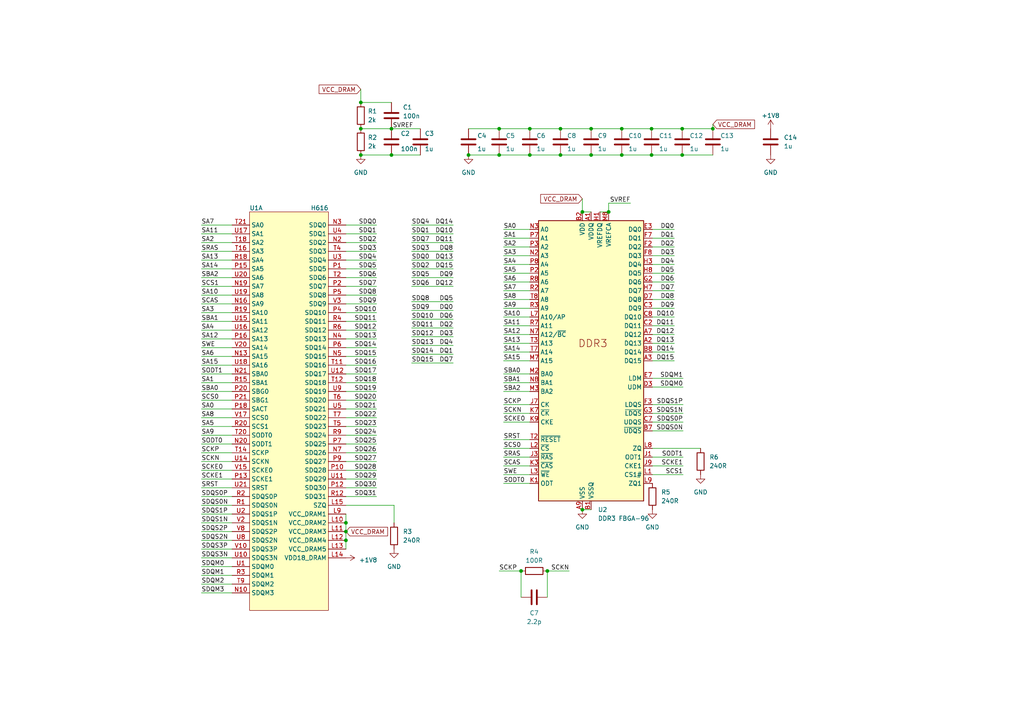
<source format=kicad_sch>
(kicad_sch (version 20230121) (generator eeschema)
  (paper "A4")
  (junction (at 206.756 37.338))
  (junction (at 168.91 147.828))
  (junction (at 104.648 44.958))
  (junction (at 197.866 37.338))
  (junction (at 162.56 37.338))
  (junction (at 104.648 37.338))
  (junction (at 100.33 156.718))
  (junction (at 113.538 37.338))
  (junction (at 180.34 44.958))
  (junction (at 151.13 165.608))
  (junction (at 188.976 44.958))
  (junction (at 100.33 151.638))
  (junction (at 180.34 37.338))
  (junction (at 158.75 165.608))
  (junction (at 197.866 44.958))
  (junction (at 168.91 61.468))
  (junction (at 171.45 44.958))
  (junction (at 176.53 61.468))
  (junction (at 100.33 154.178))
  (junction (at 153.67 44.958))
  (junction (at 162.56 44.958))
  (junction (at 188.976 37.338))
  (junction (at 135.89 44.958))
  (junction (at 144.78 44.958))
  (junction (at 113.538 44.958))
  (junction (at 171.45 37.338))
  (junction (at 153.67 37.338))
  (junction (at 104.648 29.718))
  (junction (at 144.78 37.338))
  (wire (pts (xy 58.42 154.178) (xy 67.31 154.178)))
  (wire (pts (xy 114.3 151.638) (xy 114.3 146.558)))
  (wire (pts (xy 189.23 112.268) (xy 198.12 112.268)))
  (wire (pts (xy 119.38 87.503) (xy 131.445 87.503)))
  (wire (pts (xy 189.23 71.628) (xy 195.58 71.628)))
  (wire (pts (xy 146.05 135.128) (xy 153.67 135.128)))
  (wire (pts (xy 58.42 108.458) (xy 67.31 108.458)))
  (wire (pts (xy 146.05 119.888) (xy 153.67 119.888)))
  (wire (pts (xy 100.33 141.478) (xy 109.22 141.478)))
  (wire (pts (xy 58.42 98.298) (xy 67.31 98.298)))
  (wire (pts (xy 104.648 44.958) (xy 113.538 44.958)))
  (wire (pts (xy 100.33 88.138) (xy 109.22 88.138)))
  (wire (pts (xy 100.33 116.078) (xy 109.22 116.078)))
  (wire (pts (xy 189.23 130.048) (xy 203.2 130.048)))
  (wire (pts (xy 58.42 133.858) (xy 67.31 133.858)))
  (wire (pts (xy 146.05 69.088) (xy 153.67 69.088)))
  (wire (pts (xy 100.33 77.978) (xy 109.22 77.978)))
  (wire (pts (xy 119.38 80.518) (xy 131.445 80.518)))
  (wire (pts (xy 100.33 65.278) (xy 109.22 65.278)))
  (wire (pts (xy 189.23 132.588) (xy 198.12 132.588)))
  (wire (pts (xy 189.23 99.568) (xy 195.58 99.568)))
  (wire (pts (xy 146.05 127.508) (xy 153.67 127.508)))
  (wire (pts (xy 146.05 74.168) (xy 153.67 74.168)))
  (wire (pts (xy 180.34 37.338) (xy 188.976 37.338)))
  (wire (pts (xy 58.42 121.158) (xy 67.31 121.158)))
  (wire (pts (xy 58.42 159.258) (xy 67.31 159.258)))
  (wire (pts (xy 119.38 90.043) (xy 131.445 90.043)))
  (wire (pts (xy 146.05 122.428) (xy 153.67 122.428)))
  (wire (pts (xy 100.33 85.598) (xy 109.22 85.598)))
  (wire (pts (xy 206.756 36.068) (xy 206.756 37.338)))
  (wire (pts (xy 58.42 146.558) (xy 67.31 146.558)))
  (wire (pts (xy 58.42 67.818) (xy 67.31 67.818)))
  (wire (pts (xy 119.38 77.978) (xy 131.445 77.978)))
  (wire (pts (xy 176.53 58.928) (xy 176.53 61.468)))
  (wire (pts (xy 100.33 83.058) (xy 109.22 83.058)))
  (wire (pts (xy 100.33 67.818) (xy 109.22 67.818)))
  (wire (pts (xy 189.23 66.548) (xy 195.58 66.548)))
  (wire (pts (xy 58.42 131.318) (xy 67.31 131.318)))
  (wire (pts (xy 173.99 61.468) (xy 176.53 61.468)))
  (wire (pts (xy 189.23 137.668) (xy 198.12 137.668)))
  (wire (pts (xy 165.1 165.608) (xy 158.75 165.608)))
  (wire (pts (xy 100.33 133.858) (xy 109.22 133.858)))
  (wire (pts (xy 162.56 37.338) (xy 171.45 37.338)))
  (wire (pts (xy 197.866 44.958) (xy 206.756 44.958)))
  (wire (pts (xy 58.42 138.938) (xy 67.31 138.938)))
  (wire (pts (xy 189.23 102.108) (xy 195.58 102.108)))
  (wire (pts (xy 58.42 95.758) (xy 67.31 95.758)))
  (wire (pts (xy 100.33 90.678) (xy 109.22 90.678)))
  (wire (pts (xy 100.33 105.918) (xy 109.22 105.918)))
  (wire (pts (xy 58.42 88.138) (xy 67.31 88.138)))
  (wire (pts (xy 119.38 72.898) (xy 131.445 72.898)))
  (wire (pts (xy 119.38 105.283) (xy 131.445 105.283)))
  (wire (pts (xy 58.42 72.898) (xy 67.31 72.898)))
  (wire (pts (xy 197.866 37.338) (xy 206.756 37.338)))
  (wire (pts (xy 100.33 121.158) (xy 109.22 121.158)))
  (wire (pts (xy 58.42 151.638) (xy 67.31 151.638)))
  (wire (pts (xy 188.976 37.338) (xy 197.866 37.338)))
  (wire (pts (xy 58.42 116.078) (xy 67.31 116.078)))
  (wire (pts (xy 146.05 79.248) (xy 153.67 79.248)))
  (wire (pts (xy 58.42 169.418) (xy 67.31 169.418)))
  (wire (pts (xy 162.56 44.958) (xy 171.45 44.958)))
  (wire (pts (xy 153.67 37.338) (xy 162.56 37.338)))
  (wire (pts (xy 58.42 126.238) (xy 67.31 126.238)))
  (wire (pts (xy 58.42 141.478) (xy 67.31 141.478)))
  (wire (pts (xy 58.42 164.338) (xy 67.31 164.338)))
  (wire (pts (xy 113.538 37.338) (xy 121.92 37.338)))
  (wire (pts (xy 146.05 94.488) (xy 153.67 94.488)))
  (wire (pts (xy 58.42 103.378) (xy 67.31 103.378)))
  (wire (pts (xy 135.89 44.958) (xy 144.78 44.958)))
  (wire (pts (xy 189.23 119.888) (xy 198.12 119.888)))
  (wire (pts (xy 189.23 122.428) (xy 198.12 122.428)))
  (wire (pts (xy 153.67 44.958) (xy 162.56 44.958)))
  (wire (pts (xy 119.38 97.663) (xy 131.445 97.663)))
  (wire (pts (xy 189.23 81.788) (xy 195.58 81.788)))
  (wire (pts (xy 100.33 151.638) (xy 100.33 154.178)))
  (wire (pts (xy 104.648 29.718) (xy 113.538 29.718)))
  (wire (pts (xy 113.538 44.958) (xy 121.92 44.958)))
  (wire (pts (xy 100.33 113.538) (xy 109.22 113.538)))
  (wire (pts (xy 100.33 110.998) (xy 109.22 110.998)))
  (wire (pts (xy 58.42 113.538) (xy 67.31 113.538)))
  (wire (pts (xy 146.05 140.208) (xy 153.67 140.208)))
  (wire (pts (xy 100.33 75.438) (xy 109.22 75.438)))
  (wire (pts (xy 58.42 118.618) (xy 67.31 118.618)))
  (wire (pts (xy 146.05 130.048) (xy 153.67 130.048)))
  (wire (pts (xy 146.05 137.668) (xy 153.67 137.668)))
  (wire (pts (xy 58.42 144.018) (xy 67.31 144.018)))
  (wire (pts (xy 144.78 165.608) (xy 151.13 165.608)))
  (wire (pts (xy 100.33 126.238) (xy 109.22 126.238)))
  (wire (pts (xy 146.05 97.028) (xy 153.67 97.028)))
  (wire (pts (xy 146.05 99.568) (xy 153.67 99.568)))
  (wire (pts (xy 119.38 95.123) (xy 131.445 95.123)))
  (wire (pts (xy 144.78 37.338) (xy 153.67 37.338)))
  (wire (pts (xy 189.23 86.868) (xy 195.58 86.868)))
  (wire (pts (xy 104.648 37.338) (xy 113.538 37.338)))
  (wire (pts (xy 58.42 90.678) (xy 67.31 90.678)))
  (wire (pts (xy 100.33 136.398) (xy 109.22 136.398)))
  (wire (pts (xy 100.33 100.838) (xy 109.22 100.838)))
  (wire (pts (xy 119.38 83.058) (xy 131.445 83.058)))
  (wire (pts (xy 189.23 74.168) (xy 195.58 74.168)))
  (wire (pts (xy 58.42 105.918) (xy 67.31 105.918)))
  (wire (pts (xy 144.78 44.958) (xy 153.67 44.958)))
  (wire (pts (xy 100.33 95.758) (xy 109.22 95.758)))
  (wire (pts (xy 100.33 103.378) (xy 109.22 103.378)))
  (wire (pts (xy 100.33 93.218) (xy 109.22 93.218)))
  (wire (pts (xy 119.38 92.583) (xy 131.445 92.583)))
  (wire (pts (xy 171.45 37.338) (xy 180.34 37.338)))
  (wire (pts (xy 146.05 113.538) (xy 153.67 113.538)))
  (wire (pts (xy 58.42 70.358) (xy 67.31 70.358)))
  (wire (pts (xy 100.33 108.458) (xy 109.22 108.458)))
  (wire (pts (xy 100.33 138.938) (xy 109.22 138.938)))
  (wire (pts (xy 100.33 70.358) (xy 109.22 70.358)))
  (wire (pts (xy 146.05 132.588) (xy 153.67 132.588)))
  (wire (pts (xy 146.05 91.948) (xy 153.67 91.948)))
  (wire (pts (xy 114.3 146.558) (xy 100.33 146.558)))
  (wire (pts (xy 189.23 124.968) (xy 198.12 124.968)))
  (wire (pts (xy 58.42 75.438) (xy 67.31 75.438)))
  (wire (pts (xy 189.23 135.128) (xy 198.12 135.128)))
  (wire (pts (xy 168.91 147.828) (xy 171.45 147.828)))
  (wire (pts (xy 58.42 171.958) (xy 67.31 171.958)))
  (wire (pts (xy 58.42 80.518) (xy 67.31 80.518)))
  (wire (pts (xy 180.34 44.958) (xy 188.976 44.958)))
  (wire (pts (xy 58.42 136.398) (xy 67.31 136.398)))
  (wire (pts (xy 58.42 123.698) (xy 67.31 123.698)))
  (wire (pts (xy 58.42 149.098) (xy 67.31 149.098)))
  (wire (pts (xy 100.33 98.298) (xy 109.22 98.298)))
  (wire (pts (xy 189.23 109.728) (xy 198.12 109.728)))
  (wire (pts (xy 189.23 97.028) (xy 195.58 97.028)))
  (wire (pts (xy 146.05 71.628) (xy 153.67 71.628)))
  (wire (pts (xy 119.38 100.203) (xy 131.445 100.203)))
  (wire (pts (xy 146.05 76.708) (xy 153.67 76.708)))
  (wire (pts (xy 168.91 57.658) (xy 168.91 61.468)))
  (wire (pts (xy 58.42 166.878) (xy 67.31 166.878)))
  (wire (pts (xy 119.38 102.743) (xy 131.445 102.743)))
  (wire (pts (xy 58.42 77.978) (xy 67.31 77.978)))
  (wire (pts (xy 58.42 110.998) (xy 67.31 110.998)))
  (wire (pts (xy 146.05 84.328) (xy 153.67 84.328)))
  (wire (pts (xy 146.05 81.788) (xy 153.67 81.788)))
  (wire (pts (xy 100.33 154.178) (xy 100.33 156.718)))
  (wire (pts (xy 168.91 61.468) (xy 171.45 61.468)))
  (wire (pts (xy 100.33 156.718) (xy 100.33 159.258)))
  (wire (pts (xy 146.05 117.348) (xy 153.67 117.348)))
  (wire (pts (xy 146.05 110.998) (xy 153.67 110.998)))
  (wire (pts (xy 104.648 25.908) (xy 104.648 29.718)))
  (wire (pts (xy 189.23 104.648) (xy 195.58 104.648)))
  (wire (pts (xy 189.23 94.488) (xy 195.58 94.488)))
  (wire (pts (xy 100.33 128.778) (xy 109.22 128.778)))
  (wire (pts (xy 182.88 58.928) (xy 176.53 58.928)))
  (wire (pts (xy 189.23 69.088) (xy 195.58 69.088)))
  (wire (pts (xy 58.42 156.718) (xy 67.31 156.718)))
  (wire (pts (xy 188.976 44.958) (xy 197.866 44.958)))
  (wire (pts (xy 58.42 161.798) (xy 67.31 161.798)))
  (wire (pts (xy 189.23 91.948) (xy 195.58 91.948)))
  (wire (pts (xy 135.89 37.338) (xy 144.78 37.338)))
  (wire (pts (xy 189.23 84.328) (xy 195.58 84.328)))
  (wire (pts (xy 58.42 128.778) (xy 67.31 128.778)))
  (wire (pts (xy 119.38 65.278) (xy 131.445 65.278)))
  (wire (pts (xy 189.23 79.248) (xy 195.58 79.248)))
  (wire (pts (xy 119.38 75.438) (xy 131.445 75.438)))
  (wire (pts (xy 158.75 165.608) (xy 158.75 173.228)))
  (wire (pts (xy 100.33 144.018) (xy 109.22 144.018)))
  (wire (pts (xy 146.05 102.108) (xy 153.67 102.108)))
  (wire (pts (xy 100.33 118.618) (xy 109.22 118.618)))
  (wire (pts (xy 146.05 86.868) (xy 153.67 86.868)))
  (wire (pts (xy 146.05 89.408) (xy 153.67 89.408)))
  (wire (pts (xy 58.42 83.058) (xy 67.31 83.058)))
  (wire (pts (xy 119.38 67.818) (xy 131.445 67.818)))
  (wire (pts (xy 58.42 100.838) (xy 67.31 100.838)))
  (wire (pts (xy 100.33 149.098) (xy 100.33 151.638)))
  (wire (pts (xy 58.42 65.278) (xy 67.31 65.278)))
  (wire (pts (xy 100.33 80.518) (xy 109.22 80.518)))
  (wire (pts (xy 100.33 131.318) (xy 109.22 131.318)))
  (wire (pts (xy 189.23 76.708) (xy 195.58 76.708)))
  (wire (pts (xy 171.45 44.958) (xy 180.34 44.958)))
  (wire (pts (xy 100.33 123.698) (xy 109.22 123.698)))
  (wire (pts (xy 58.42 85.598) (xy 67.31 85.598)))
  (wire (pts (xy 100.33 72.898) (xy 109.22 72.898)))
  (wire (pts (xy 119.38 70.358) (xy 131.445 70.358)))
  (wire (pts (xy 146.05 104.648) (xy 153.67 104.648)))
  (wire (pts (xy 151.13 165.608) (xy 151.13 173.228)))
  (wire (pts (xy 189.23 117.348) (xy 198.12 117.348)))
  (wire (pts (xy 146.05 108.458) (xy 153.67 108.458)))
  (wire (pts (xy 189.23 89.408) (xy 195.58 89.408)))
  (wire (pts (xy 146.05 66.548) (xy 153.67 66.548)))
  (wire (pts (xy 58.42 93.218) (xy 67.31 93.218)))
  (label "SDQS1N" (at 198.12 119.888 180))
  (label "SA7" (at 58.42 65.278 0))
  (label "SA4" (at 58.42 95.758 0))
  (label "DQ2" (at 195.58 71.628 180))
  (label "SDQ14" (at 109.22 100.838 180))
  (label "SDQS0N" (at 198.12 124.968 180))
  (label "DQ1" (at 131.445 102.743 180))
  (label "SBA0" (at 58.42 113.538 0))
  (label "SCKP" (at 144.78 165.608 0))
  (label "SCS0" (at 58.42 116.078 0))
  (label "SDQM0" (at 58.42 164.338 0))
  (label "SA0" (at 146.05 66.548 0))
  (label "SCKN" (at 165.1 165.608 180))
  (label "DQ0" (at 131.445 90.043 180))
  (label "SDQ22" (at 109.22 121.158 180))
  (label "SA14" (at 58.42 77.978 0))
  (label "SDQ4" (at 109.22 75.438 180))
  (label "SDQS1N" (at 58.42 151.638 0))
  (label "SCKE1" (at 58.42 138.938 0))
  (label "DQ9" (at 195.58 89.408 180))
  (label "SDQ18" (at 109.22 110.998 180))
  (label "SDQS1P" (at 198.12 117.348 180))
  (label "SVREF" (at 182.88 58.928 180))
  (label "SA12" (at 146.05 97.028 0))
  (label "SDQ0" (at 119.38 75.438 0))
  (label "SVREF" (at 119.888 37.338 180))
  (label "SDQ27" (at 109.22 133.858 180))
  (label "SDQ26" (at 109.22 131.318 180))
  (label "SCS0" (at 146.05 130.048 0))
  (label "DQ6" (at 195.58 81.788 180))
  (label "DQ13" (at 195.58 99.568 180))
  (label "SDQ28" (at 109.22 136.398 180))
  (label "SDQM0" (at 198.12 112.268 180))
  (label "SDQ21" (at 109.22 118.618 180))
  (label "DQ12" (at 131.445 83.058 180))
  (label "SDQ3" (at 109.22 72.898 180))
  (label "SA8" (at 58.42 121.158 0))
  (label "SDQ11" (at 119.38 95.123 0))
  (label "SCAS" (at 58.42 88.138 0))
  (label "DQ8" (at 131.445 72.898 180))
  (label "SA9" (at 146.05 89.408 0))
  (label "DQ9" (at 131.445 80.518 180))
  (label "SDQ23" (at 109.22 123.698 180))
  (label "SDQ9" (at 109.22 88.138 180))
  (label "DQ0" (at 195.58 66.548 180))
  (label "SDQ8" (at 119.38 87.503 0))
  (label "SODT1" (at 58.42 108.458 0))
  (label "SA11" (at 146.05 94.488 0))
  (label "DQ2" (at 131.445 95.123 180))
  (label "SA6" (at 58.42 103.378 0))
  (label "SDQ10" (at 109.22 90.678 180))
  (label "SWE" (at 58.42 100.838 0))
  (label "SDQ6" (at 119.38 83.058 0))
  (label "DQ15" (at 131.445 77.978 180))
  (label "SDQM1" (at 58.42 166.878 0))
  (label "SDQM2" (at 58.42 169.418 0))
  (label "DQ11" (at 131.445 70.358 180))
  (label "SDQ7" (at 109.22 83.058 180))
  (label "SDQ31" (at 109.22 144.018 180))
  (label "SBA2" (at 146.05 113.538 0))
  (label "SDQ24" (at 109.22 126.238 180))
  (label "SDQ8" (at 109.22 85.598 180))
  (label "SDQ5" (at 109.22 77.978 180))
  (label "SCKE0" (at 146.05 122.428 0))
  (label "SDQ17" (at 109.22 108.458 180))
  (label "DQ14" (at 131.445 65.278 180))
  (label "SDQ15" (at 119.38 105.283 0))
  (label "SA7" (at 146.05 84.328 0))
  (label "SDQ15" (at 109.22 103.378 180))
  (label "SDQ7" (at 119.38 70.358 0))
  (label "SDQ1" (at 109.22 67.818 180))
  (label "SWE" (at 146.05 137.668 0))
  (label "SCKP" (at 58.42 131.318 0))
  (label "SA2" (at 146.05 71.628 0))
  (label "SDQ20" (at 109.22 116.078 180))
  (label "DQ10" (at 131.445 67.818 180))
  (label "SDQ10" (at 119.38 92.583 0))
  (label "DQ3" (at 131.445 97.663 180))
  (label "SDQM3" (at 58.42 171.958 0))
  (label "SA2" (at 58.42 70.358 0))
  (label "SDQ5" (at 119.38 80.518 0))
  (label "DQ11" (at 195.58 94.488 180))
  (label "SA8" (at 146.05 86.868 0))
  (label "SDQS0P" (at 198.12 122.428 180))
  (label "SA4" (at 146.05 76.708 0))
  (label "SDQS0N" (at 58.42 146.558 0))
  (label "SA15" (at 146.05 104.648 0))
  (label "SDQ9" (at 119.38 90.043 0))
  (label "SDQ14" (at 119.38 102.743 0))
  (label "SA3" (at 146.05 74.168 0))
  (label "SDQM1" (at 198.12 109.728 180))
  (label "DQ14" (at 195.58 102.108 180))
  (label "SDQS3N" (at 58.42 161.798 0))
  (label "SCKP" (at 146.05 117.348 0))
  (label "DQ7" (at 131.445 105.283 180))
  (label "SA0" (at 58.42 118.618 0))
  (label "DQ8" (at 195.58 86.868 180))
  (label "SODT0" (at 146.05 140.208 0))
  (label "DQ10" (at 195.58 91.948 180))
  (label "SDQ1" (at 119.38 67.818 0))
  (label "SRAS" (at 58.42 72.898 0))
  (label "SA12" (at 58.42 98.298 0))
  (label "SA5" (at 58.42 123.698 0))
  (label "SDQ12" (at 109.22 95.758 180))
  (label "DQ4" (at 195.58 76.708 180))
  (label "DQ1" (at 195.58 69.088 180))
  (label "SDQ13" (at 109.22 98.298 180))
  (label "SCKE0" (at 58.42 136.398 0))
  (label "SCS1" (at 58.42 83.058 0))
  (label "SBA1" (at 146.05 110.998 0))
  (label "SODT1" (at 198.12 132.588 180))
  (label "SDQS2P" (at 58.42 154.178 0))
  (label "DQ7" (at 195.58 84.328 180))
  (label "SDQS2N" (at 58.42 156.718 0))
  (label "SA5" (at 146.05 79.248 0))
  (label "SCAS" (at 146.05 135.128 0))
  (label "SA11" (at 58.42 67.818 0))
  (label "DQ12" (at 195.58 97.028 180))
  (label "SDQ0" (at 109.22 65.278 180))
  (label "SDQ29" (at 109.22 138.938 180))
  (label "SCS1" (at 198.12 137.668 180))
  (label "SA1" (at 58.42 110.998 0))
  (label "SDQ11" (at 109.22 93.218 180))
  (label "DQ5" (at 131.445 87.503 180))
  (label "SA10" (at 58.42 85.598 0))
  (label "DQ3" (at 195.58 74.168 180))
  (label "SA13" (at 58.42 75.438 0))
  (label "SBA0" (at 146.05 108.458 0))
  (label "SDQ3" (at 119.38 72.898 0))
  (label "SA14" (at 146.05 102.108 0))
  (label "SA9" (at 58.42 126.238 0))
  (label "SA13" (at 146.05 99.568 0))
  (label "DQ6" (at 131.445 92.583 180))
  (label "SA3" (at 58.42 90.678 0))
  (label "SBA2" (at 58.42 80.518 0))
  (label "SDQ16" (at 109.22 105.918 180))
  (label "SDQS1P" (at 58.42 149.098 0))
  (label "SCKN" (at 146.05 119.888 0))
  (label "SODT0" (at 58.42 128.778 0))
  (label "SRAS" (at 146.05 132.588 0))
  (label "SDQ2" (at 119.38 77.978 0))
  (label "SCKE1" (at 198.12 135.128 180))
  (label "SDQ2" (at 109.22 70.358 180))
  (label "DQ15" (at 195.58 104.648 180))
  (label "SA15" (at 58.42 105.918 0))
  (label "SDQ30" (at 109.22 141.478 180))
  (label "DQ13" (at 131.445 75.438 180))
  (label "DQ4" (at 131.445 100.203 180))
  (label "SA1" (at 146.05 69.088 0))
  (label "SDQ19" (at 109.22 113.538 180))
  (label "SDQS3P" (at 58.42 159.258 0))
  (label "SDQ12" (at 119.38 97.663 0))
  (label "DQ5" (at 195.58 79.248 180))
  (label "SA10" (at 146.05 91.948 0))
  (label "SRST" (at 146.05 127.508 0))
  (label "SDQS0P" (at 58.42 144.018 0))
  (label "SCKN" (at 58.42 133.858 0))
  (label "SRST" (at 58.42 141.478 0))
  (label "SDQ25" (at 109.22 128.778 180))
  (label "SDQ6" (at 109.22 80.518 180))
  (label "SDQ4" (at 119.38 65.278 0))
  (label "SDQ13" (at 119.38 100.203 0))
  (label "SA6" (at 146.05 81.788 0))
  (label "SBA1" (at 58.42 93.218 0))
  (global_label "VCC_DRAM" (shape input) (at 206.756 36.068 0) (property "Intersheetrefs" "${INTERSHEET_REFS}" (effects hide)))
  (global_label "VCC_DRAM" (shape input) (at 104.648 25.908 180) (property "Intersheetrefs" "${INTERSHEET_REFS}" (effects hide)))
  (global_label "VCC_DRAM" (shape input) (at 100.33 154.178 0) (property "Intersheetrefs" "${INTERSHEET_REFS}" (effects hide)))
  (global_label "VCC_DRAM" (shape input) (at 168.91 57.658 180) (property "Intersheetrefs" "${INTERSHEET_REFS}" (effects hide)))
  (symbol (lib_id "power:GND") (at 104.648 44.958 0) (unit 1)
    (property "Reference" "#PWR02" (effects hide))
    (property "Value" "GND" (at 104.648 50.038 0))
  )
  (symbol (lib_id "power:+1V8") (at 223.52 37.338 0) (unit 1)
    (property "Reference" "#PWR08" (effects hide))
    (property "Value" "+1V8" (at 223.52 33.528 0))
  )
  (symbol (lib_id "Device:C") (at 180.34 41.148 0) (unit 1)
    (property "Reference" "C10" (at 182.245 39.37 0) (effects (justify left)))
    (property "Value" "1u" (at 182.245 43.18 0) (effects (justify left)))
    (property "Footprint" "Capacitor_SMD:C_0402_1005Metric_Pad0.74x0.62mm_HandSolder" (effects hide))
  )
  (symbol (lib_id "Device:C") (at 223.52 41.148 0) (unit 1)
    (property "Reference" "C14" (at 227.33 39.878 0) (effects (justify left)))
    (property "Value" "1u" (at 227.33 42.418 0) (effects (justify left)))
    (property "Footprint" "Capacitor_SMD:C_0402_1005Metric_Pad0.74x0.62mm_HandSolder" (effects hide))
  )
  (symbol (lib_id "power:+1V8") (at 100.33 161.798 270) (unit 1)
    (property "Reference" "#PWR01" (effects hide))
    (property "Value" "+1V8" (at 104.14 162.433 90) (effects (justify left)))
  )
  (symbol (lib_id "Device:R") (at 104.648 41.148 0) (unit 1)
    (property "Reference" "R2" (at 106.68 39.878 0) (effects (justify left)))
    (property "Value" "2k" (at 106.68 42.418 0) (effects (justify left)))
    (property "Footprint" "Resistor_SMD:R_0402_1005Metric_Pad0.72x0.64mm_HandSolder" (effects hide))
  )
  (symbol (lib_id "Device:C") (at 121.92 41.148 0) (unit 1)
    (property "Reference" "C3" (at 123.19 38.735 0) (effects (justify left)))
    (property "Value" "1u" (at 123.19 43.18 0) (effects (justify left)))
    (property "Footprint" "Capacitor_SMD:C_0402_1005Metric_Pad0.74x0.62mm_HandSolder" (effects hide))
  )
  (symbol (lib_id "Device:R") (at 154.94 165.608 90) (unit 1)
    (property "Reference" "R4" (at 154.94 160.02 90))
    (property "Value" "100R" (at 154.94 162.56 90))
    (property "Footprint" "Resistor_SMD:R_0402_1005Metric_Pad0.72x0.64mm_HandSolder" (effects hide))
  )
  (symbol (lib_id "power:GND") (at 114.3 159.258 0) (unit 1)
    (property "Reference" "#PWR03" (effects hide))
    (property "Value" "GND" (at 114.3 164.338 0))
  )
  (symbol (lib_id "Device:C") (at 171.45 41.148 0) (unit 1)
    (property "Reference" "C9" (at 173.355 39.37 0) (effects (justify left)))
    (property "Value" "1u" (at 173.355 43.18 0) (effects (justify left)))
    (property "Footprint" "Capacitor_SMD:C_0402_1005Metric_Pad0.74x0.62mm_HandSolder" (effects hide))
  )
  (symbol (lib_id "Device:C") (at 162.56 41.148 0) (unit 1)
    (property "Reference" "C8" (at 164.465 39.37 0) (effects (justify left)))
    (property "Value" "1u" (at 164.465 43.18 0) (effects (justify left)))
    (property "Footprint" "Capacitor_SMD:C_0402_1005Metric_Pad0.74x0.62mm_HandSolder" (effects hide))
  )
  (symbol (lib_id "power:GND") (at 135.89 44.958 0) (unit 1)
    (property "Reference" "#PWR04" (effects hide))
    (property "Value" "GND" (at 135.89 50.038 0))
  )
  (symbol (lib_id "Device:R") (at 114.3 155.448 0) (unit 1)
    (property "Reference" "R3" (at 116.84 154.178 0) (effects (justify left)))
    (property "Value" "240R" (at 116.84 156.718 0) (effects (justify left)))
    (property "Footprint" "Resistor_SMD:R_0402_1005Metric_Pad0.72x0.64mm_HandSolder" (effects hide))
  )
  (symbol (lib_id "Device:R") (at 189.23 144.018 0) (unit 1)
    (property "Reference" "R5" (at 191.77 142.748 0) (effects (justify left)))
    (property "Value" "240R" (at 191.77 145.288 0) (effects (justify left)))
    (property "Footprint" "Resistor_SMD:R_0402_1005Metric_Pad0.72x0.64mm_HandSolder" (effects hide))
  )
  (symbol (lib_id "Device:C") (at 154.94 173.228 90) (unit 1)
    (property "Reference" "C7" (at 154.94 177.8 90))
    (property "Value" "2.2p" (at 154.94 180.34 90))
    (property "Footprint" "Capacitor_SMD:C_0402_1005Metric_Pad0.74x0.62mm_HandSolder" (effects hide))
  )
  (symbol (lib_id "power:GND") (at 168.91 147.828 0) (unit 1)
    (property "Reference" "#PWR05" (effects hide))
    (property "Value" "GND" (at 168.91 152.908 0))
  )
  (symbol (lib_id "Device:C") (at 153.67 41.148 0) (unit 1)
    (property "Reference" "C6" (at 155.575 39.37 0) (effects (justify left)))
    (property "Value" "1u" (at 155.575 43.18 0) (effects (justify left)))
    (property "Footprint" "Capacitor_SMD:C_0402_1005Metric_Pad0.74x0.62mm_HandSolder" (effects hide))
  )
  (symbol (lib_id "power:GND") (at 189.23 147.828 0) (unit 1)
    (property "Reference" "#PWR06" (effects hide))
    (property "Value" "GND" (at 189.23 152.908 0))
  )
  (symbol (lib_id "Device:C") (at 113.538 33.528 0) (unit 1)
    (property "Reference" "C1" (at 116.84 31.115 0) (effects (justify left)))
    (property "Value" "100n" (at 116.84 33.655 0) (effects (justify left)))
    (property "Footprint" "Capacitor_SMD:C_0402_1005Metric_Pad0.74x0.62mm_HandSolder" (effects hide))
  )
  (symbol (lib_id "power:GND") (at 203.2 137.668 0) (unit 1)
    (property "Reference" "#PWR07" (effects hide))
    (property "Value" "GND" (at 203.2 142.748 0))
  )
  (symbol (lib_id "Device:C") (at 135.89 41.148 0) (unit 1)
    (property "Reference" "C4" (at 138.43 39.37 0) (effects (justify left)))
    (property "Value" "1u" (at 138.43 43.18 0) (effects (justify left)))
    (property "Footprint" "Capacitor_SMD:C_0402_1005Metric_Pad0.74x0.62mm_HandSolder" (effects hide))
  )
  (symbol (lib_id "Device:C") (at 188.976 41.148 0) (unit 1)
    (property "Reference" "C11" (at 191.135 39.37 0) (effects (justify left)))
    (property "Value" "1u" (at 191.135 43.18 0) (effects (justify left)))
    (property "Footprint" "Capacitor_SMD:C_0402_1005Metric_Pad0.74x0.62mm_HandSolder" (effects hide))
  )
  (symbol (lib_id "Device:R") (at 203.2 133.858 0) (unit 1)
    (property "Reference" "R6" (at 205.74 132.588 0) (effects (justify left)))
    (property "Value" "240R" (at 205.74 135.128 0) (effects (justify left)))
    (property "Footprint" "Resistor_SMD:R_0402_1005Metric_Pad0.72x0.64mm_HandSolder" (effects hide))
  )
  (symbol (lib_id "Device:C") (at 144.78 41.148 0) (unit 1)
    (property "Reference" "C5" (at 146.685 39.37 0) (effects (justify left)))
    (property "Value" "1u" (at 146.685 43.18 0) (effects (justify left)))
    (property "Footprint" "Capacitor_SMD:C_0402_1005Metric_Pad0.74x0.62mm_HandSolder" (effects hide))
  )
  (symbol (lib_id "Device:C") (at 197.866 41.148 0) (unit 1)
    (property "Reference" "C12" (at 200.025 39.37 0) (effects (justify left)))
    (property "Value" "1u" (at 200.025 43.18 0) (effects (justify left)))
    (property "Footprint" "Capacitor_SMD:C_0402_1005Metric_Pad0.74x0.62mm_HandSolder" (effects hide))
  )
  (symbol (lib_id "power:GND") (at 223.52 44.958 0) (unit 1)
    (property "Reference" "#PWR09" (effects hide))
    (property "Value" "GND" (at 223.52 50.038 0))
  )
  (symbol (lib_name "DDR3 FBGA-96_1") (lib_id "H616_lib:DDR3 FBGA-96") (at 171.45 104.648 0) (unit 1)
    (property "Reference" "U2" (at 173.4059 147.828 0) (effects (justify left)))
    (property "Value" "DDR3 FBGA-96" (at 173.4059 150.368 0) (effects (justify left)))
    (property "Footprint" "Package_BGA:BGA-96_9.0x13.0mm_Layout2x3x16_P0.8mm" (effects hide))
    (property "Datasheet" "https://www.alliancememory.com/wp-content/uploads/pdf/ddr3/4GB-AS4C256M16D3.pdf" (effects hide))
  )
  (symbol (lib_id "Device:C") (at 206.756 41.148 0) (unit 1)
    (property "Reference" "C13" (at 208.915 39.37 0) (effects (justify left)))
    (property "Value" "1u" (at 208.915 43.18 0) (effects (justify left)))
    (property "Footprint" "Capacitor_SMD:C_0402_1005Metric_Pad0.74x0.62mm_HandSolder" (effects hide))
  )
  (symbol (lib_id "Device:R") (at 104.648 33.528 0) (unit 1)
    (property "Reference" "R1" (at 106.68 32.258 0) (effects (justify left)))
    (property "Value" "2k" (at 106.68 34.798 0) (effects (justify left)))
    (property "Footprint" "Resistor_SMD:R_0402_1005Metric_Pad0.72x0.64mm_HandSolder" (effects hide))
  )
  (symbol (lib_id "Device:C") (at 113.538 41.148 0) (unit 1)
    (property "Reference" "C2" (at 116.205 38.735 0) (effects (justify left)))
    (property "Value" "100n" (at 116.205 43.18 0) (effects (justify left)))
    (property "Footprint" "Capacitor_SMD:C_0402_1005Metric_Pad0.74x0.62mm_HandSolder" (effects hide))
  )
  (symbol (lib_id "H616_lib:H616") (at 80.01 58.928 0) (unit 1)
    (property "Reference" "U1" (at 74.295 60.325 0))
    (property "Value" "H616" (at 92.71 60.325 0))
    (property "Footprint" "projectlib:H616_TFBGA284" (effects hide))
  )
)
</source>
